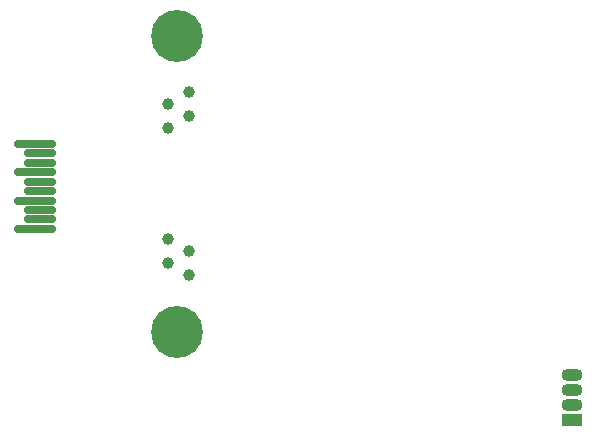
<source format=gts>
G04 #@! TF.GenerationSoftware,KiCad,Pcbnew,8.0.1*
G04 #@! TF.CreationDate,2024-04-19T20:50:38+01:00*
G04 #@! TF.ProjectId,rabbit,72616262-6974-42e6-9b69-6361645f7063,rev?*
G04 #@! TF.SameCoordinates,Original*
G04 #@! TF.FileFunction,Soldermask,Top*
G04 #@! TF.FilePolarity,Negative*
%FSLAX46Y46*%
G04 Gerber Fmt 4.6, Leading zero omitted, Abs format (unit mm)*
G04 Created by KiCad (PCBNEW 8.0.1) date 2024-04-19 20:50:38*
%MOMM*%
%LPD*%
G01*
G04 APERTURE LIST*
G04 Aperture macros list*
%AMRoundRect*
0 Rectangle with rounded corners*
0 $1 Rounding radius*
0 $2 $3 $4 $5 $6 $7 $8 $9 X,Y pos of 4 corners*
0 Add a 4 corners polygon primitive as box body*
4,1,4,$2,$3,$4,$5,$6,$7,$8,$9,$2,$3,0*
0 Add four circle primitives for the rounded corners*
1,1,$1+$1,$2,$3*
1,1,$1+$1,$4,$5*
1,1,$1+$1,$6,$7*
1,1,$1+$1,$8,$9*
0 Add four rect primitives between the rounded corners*
20,1,$1+$1,$2,$3,$4,$5,0*
20,1,$1+$1,$4,$5,$6,$7,0*
20,1,$1+$1,$6,$7,$8,$9,0*
20,1,$1+$1,$8,$9,$2,$3,0*%
G04 Aperture macros list end*
%ADD10RoundRect,0.150000X1.600000X0.150000X-1.600000X0.150000X-1.600000X-0.150000X1.600000X-0.150000X0*%
%ADD11RoundRect,0.150000X1.200000X0.150000X-1.200000X0.150000X-1.200000X-0.150000X1.200000X-0.150000X0*%
%ADD12C,1.000000*%
%ADD13C,0.700000*%
%ADD14C,4.400000*%
%ADD15R,1.800000X1.070000*%
%ADD16O,1.800000X1.070000*%
G04 APERTURE END LIST*
D10*
X100500000Y-96600000D03*
D11*
X100900000Y-97400000D03*
X100900000Y-98200000D03*
D10*
X100500000Y-99000000D03*
D11*
X100900000Y-99800000D03*
X100900000Y-100600000D03*
D10*
X100500000Y-101400000D03*
D11*
X100900000Y-102200000D03*
X100900000Y-103000000D03*
D10*
X100500000Y-103800000D03*
D12*
X113538000Y-105664000D03*
D13*
X110850000Y-87500000D03*
X111333274Y-86333274D03*
X111333274Y-88666726D03*
X112500000Y-85850000D03*
D14*
X112500000Y-87500000D03*
D13*
X112500000Y-89150000D03*
X113666726Y-86333274D03*
X113666726Y-88666726D03*
X114150000Y-87500000D03*
D15*
X146000000Y-120000000D03*
D16*
X146000000Y-118730000D03*
X146000000Y-117460000D03*
X146000000Y-116190000D03*
D12*
X111760000Y-93218000D03*
X111760000Y-95250000D03*
X113538000Y-107696000D03*
X111760000Y-106680000D03*
X111760000Y-104648000D03*
X113538000Y-94234000D03*
D13*
X110850000Y-112500000D03*
X111333274Y-111333274D03*
X111333274Y-113666726D03*
X112500000Y-110850000D03*
D14*
X112500000Y-112500000D03*
D13*
X112500000Y-114150000D03*
X113666726Y-111333274D03*
X113666726Y-113666726D03*
X114150000Y-112500000D03*
D12*
X113538000Y-92202000D03*
M02*

</source>
